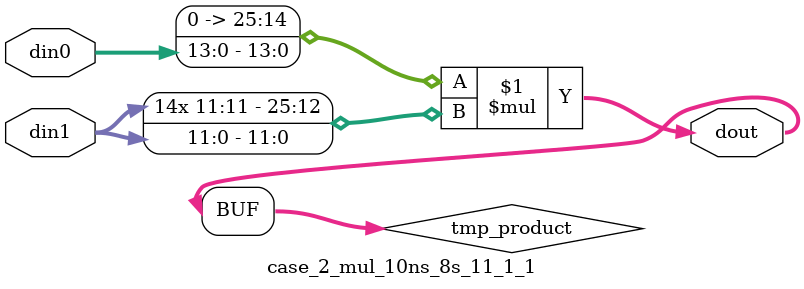
<source format=v>

`timescale 1 ns / 1 ps

 module case_2_mul_10ns_8s_11_1_1(din0, din1, dout);
parameter ID = 1;
parameter NUM_STAGE = 0;
parameter din0_WIDTH = 14;
parameter din1_WIDTH = 12;
parameter dout_WIDTH = 26;

input [din0_WIDTH - 1 : 0] din0; 
input [din1_WIDTH - 1 : 0] din1; 
output [dout_WIDTH - 1 : 0] dout;

wire signed [dout_WIDTH - 1 : 0] tmp_product;

























assign tmp_product = $signed({1'b0, din0}) * $signed(din1);










assign dout = tmp_product;





















endmodule

</source>
